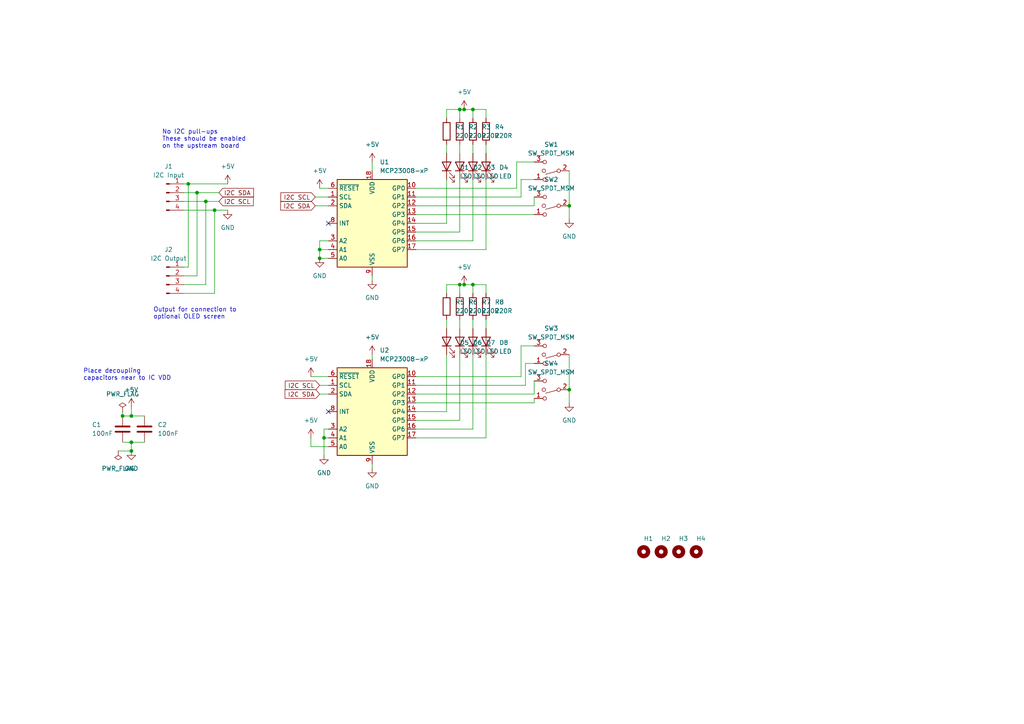
<source format=kicad_sch>
(kicad_sch (version 20230121) (generator eeschema)
  (paper "A4")
  (title_block (title "Point Controll I2C Switch PCB") (date "April 2024") (rev "1.0") (comment 1 "www.penguintutor.com/projects/modelrailwaypoints"))
  (lib_symbols
    (symbol "Connector:Conn_01x04_Pin" (pin_names (offset 1.016) hide)
      (property "Reference" "J" (at 0 5.08 0))
      (property "Value" "Conn_01x04_Pin" (at 0 -7.62 0))
      (symbol "Conn_01x04_Pin_1_1"
        (polyline (pts (xy 1.27 -5.08) (xy 0.8636 -5.08)) (stroke (width 0.1524)))
        (polyline (pts (xy 1.27 -2.54) (xy 0.8636 -2.54)) (stroke (width 0.1524)))
        (polyline (pts (xy 1.27 0) (xy 0.8636 0)) (stroke (width 0.1524)))
        (polyline (pts (xy 1.27 2.54) (xy 0.8636 2.54)) (stroke (width 0.1524)))
        (rectangle (start 0.8636 -4.953) (end 0 -5.207) (stroke (width 0.1524)) (fill (type outline)))
        (rectangle (start 0.8636 -2.413) (end 0 -2.667) (stroke (width 0.1524)) (fill (type outline)))
        (rectangle (start 0.8636 0.127) (end 0 -0.127) (stroke (width 0.1524)) (fill (type outline)))
        (rectangle (start 0.8636 2.667) (end 0 2.413) (stroke (width 0.1524)) (fill (type outline)))
        (pin passive line (at 5.08 2.54 180) (length 3.81) (name "Pin_1") (number "1"))
        (pin passive line (at 5.08 0 180) (length 3.81) (name "Pin_2") (number "2"))
        (pin passive line (at 5.08 -2.54 180) (length 3.81) (name "Pin_3") (number "3"))
        (pin passive line (at 5.08 -5.08 180) (length 3.81) (name "Pin_4") (number "4"))
      )
    )
    (symbol "Device:C" (pin_numbers hide) (pin_names (offset 0.254))
      (property "Reference" "C" (at 0.635 2.54 0))
      (property "Value" "C" (at 0.635 -2.54 0))
      (symbol "C_0_1"
        (polyline (pts (xy -2.032 -0.762) (xy 2.032 -0.762)) (stroke (width 0.508)))
        (polyline (pts (xy -2.032 0.762) (xy 2.032 0.762)) (stroke (width 0.508)))
      )
      (symbol "C_1_1"
        (pin passive line (at 0 3.81 270) (length 2.794) (name "~") (number "1"))
        (pin passive line (at 0 -3.81 90) (length 2.794) (name "~") (number "2"))
      )
    )
    (symbol "Device:LED" (pin_numbers hide) (pin_names (offset 1.016) hide)
      (property "Reference" "D" (at 0 2.54 0))
      (property "Value" "LED" (at 0 -2.54 0))
      (symbol "LED_0_1"
        (polyline (pts (xy -1.27 -1.27) (xy -1.27 1.27)) (stroke (width 0.254)))
        (polyline (pts (xy -1.27 0) (xy 1.27 0)))
        (polyline (pts (xy 1.27 -1.27) (xy 1.27 1.27) (xy -1.27 0) (xy 1.27 -1.27)) (stroke (width 0.254)))
        (polyline (pts (xy -3.048 -0.762) (xy -4.572 -2.286) (xy -3.81 -2.286) (xy -4.572 -2.286) (xy -4.572 -1.524)))
        (polyline (pts (xy -1.778 -0.762) (xy -3.302 -2.286) (xy -2.54 -2.286) (xy -3.302 -2.286) (xy -3.302 -1.524)))
      )
      (symbol "LED_1_1"
        (pin passive line (at -3.81 0 0) (length 2.54) (name "K") (number "1"))
        (pin passive line (at 3.81 0 180) (length 2.54) (name "A") (number "2"))
      )
    )
    (symbol "Device:R" (pin_numbers hide) (pin_names (offset 0))
      (property "Reference" "R" (at 2.032 0 90))
      (property "Value" "R" (at 0 0 90))
      (symbol "R_0_1"
        (rectangle (start -1.016 -2.54) (end 1.016 2.54) (stroke (width 0.254)))
      )
      (symbol "R_1_1"
        (pin passive line (at 0 3.81 270) (length 1.27) (name "~") (number "1"))
        (pin passive line (at 0 -3.81 90) (length 1.27) (name "~") (number "2"))
      )
    )
    (symbol "Interface_Expansion:MCP23008-xP"
      (property "Reference" "U" (at -8.89 13.97 0))
      (property "Value" "MCP23008-xP" (at 8.89 13.97 0))
      (symbol "MCP23008-xP_0_1"
        (rectangle (start -10.16 12.7) (end 10.16 -12.7) (stroke (width 0.254)) (fill (type background)))
      )
      (symbol "MCP23008-xP_1_1"
        (pin input line (at -12.7 7.62 0) (length 2.54) (name "SCL") (number "1"))
        (pin bidirectional line (at 12.7 10.16 180) (length 2.54) (name "GP0") (number "10"))
        (pin bidirectional line (at 12.7 7.62 180) (length 2.54) (name "GP1") (number "11"))
        (pin bidirectional line (at 12.7 5.08 180) (length 2.54) (name "GP2") (number "12"))
        (pin bidirectional line (at 12.7 2.54 180) (length 2.54) (name "GP3") (number "13"))
        (pin bidirectional line (at 12.7 0 180) (length 2.54) (name "GP4") (number "14"))
        (pin bidirectional line (at 12.7 -2.54 180) (length 2.54) (name "GP5") (number "15"))
        (pin bidirectional line (at 12.7 -5.08 180) (length 2.54) (name "GP6") (number "16"))
        (pin bidirectional line (at 12.7 -7.62 180) (length 2.54) (name "GP7") (number "17"))
        (pin power_in line (at 0 15.24 270) (length 2.54) (name "VDD") (number "18"))
        (pin bidirectional line (at -12.7 5.08 0) (length 2.54) (name "SDA") (number "2"))
        (pin input line (at -12.7 -5.08 0) (length 2.54) (name "A2") (number "3"))
        (pin input line (at -12.7 -7.62 0) (length 2.54) (name "A1") (number "4"))
        (pin input line (at -12.7 -10.16 0) (length 2.54) (name "A0") (number "5"))
        (pin input line (at -12.7 10.16 0) (length 2.54) (name "~{RESET}") (number "6"))
        (pin no_connect line (at -10.16 -2.54 0) (length 2.54) hide (name "NC") (number "7"))
        (pin output line (at -12.7 0 0) (length 2.54) (name "INT") (number "8"))
        (pin power_in line (at 0 -15.24 90) (length 2.54) (name "VSS") (number "9"))
      )
    )
    (symbol "Mechanical:MountingHole" (pin_names (offset 1.016))
      (property "Reference" "H" (at 0 5.08 0))
      (property "Value" "MountingHole" (at 0 3.175 0))
      (symbol "MountingHole_0_1"
        (circle (center 0 0) (radius 1.27) (stroke (width 1.27)))
      )
    )
    (symbol "Switch:SW_SPDT_MSM" (pin_names (offset 0) hide)
      (property "Reference" "SW" (at 0 5.08 0))
      (property "Value" "SW_SPDT_MSM" (at 0 -5.08 0))
      (symbol "SW_SPDT_MSM_0_0"
        (circle (center -2.032 0) (radius 0.508))
        (polyline (pts (xy -1.524 0.127) (xy 1.778 1.016)))
        (circle (center 2.032 -2.54) (radius 0.508))
      )
      (symbol "SW_SPDT_MSM_0_1"
        (circle (center 2.032 2.54) (radius 0.508))
        (circle (center 2.286 0) (radius 0.508))
      )
      (symbol "SW_SPDT_MSM_1_1"
        (pin passive line (at 5.08 2.54 180) (length 2.54) (name "1") (number "1"))
        (pin passive line (at -5.08 0 0) (length 2.54) (name "2") (number "2"))
        (pin passive line (at 5.08 -2.54 180) (length 2.54) (name "3") (number "3"))
      )
    )
    (symbol "power:+5V" (power) (pin_names (offset 0))
      (property "Value" "+5V" (at 0 3.556 0))
      (symbol "+5V_0_1"
        (polyline (pts (xy -0.762 1.27) (xy 0 2.54)))
        (polyline (pts (xy 0 0) (xy 0 2.54)))
        (polyline (pts (xy 0 2.54) (xy 0.762 1.27)))
      )
      (symbol "+5V_1_1"
        (pin power_in line (at 0 0 90) (length 0) hide (name "+5V") (number "1"))
      )
    )
    (symbol "power:GND" (power) (pin_names (offset 0))
      (property "Value" "GND" (at 0 -3.81 0))
      (symbol "GND_0_1"
        (polyline (pts (xy 0 0) (xy 0 -1.27) (xy 1.27 -1.27) (xy 0 -2.54) (xy -1.27 -1.27) (xy 0 -1.27)))
      )
      (symbol "GND_1_1"
        (pin power_in line (at 0 0 270) (length 0) hide (name "GND") (number "1"))
      )
    )
    (symbol "power:PWR_FLAG" (power) (pin_numbers hide) (pin_names (offset 0) hide)
      (property "Value" "PWR_FLAG" (at 0 3.81 0))
      (symbol "PWR_FLAG_0_0"
        (pin power_out line (at 0 0 90) (length 0) (name "pwr") (number "1"))
      )
      (symbol "PWR_FLAG_0_1"
        (polyline (pts (xy 0 0) (xy 0 1.27) (xy -1.016 1.905) (xy 0 2.54) (xy 1.016 1.905) (xy 0 1.27)))
      )
    )
  )
  (junction (at 133.35 31.75))
  (junction (at 133.35 82.55))
  (junction (at 92.71 72.39))
  (junction (at 93.98 127))
  (junction (at 134.62 31.75))
  (junction (at 54.61 53.34))
  (junction (at 134.62 82.55))
  (junction (at 35.56 120.65))
  (junction (at 38.1 130.81))
  (junction (at 38.1 120.65))
  (junction (at 62.23 60.96))
  (junction (at 137.16 82.55))
  (junction (at 165.1 113.03))
  (junction (at 57.15 55.88))
  (junction (at 38.1 128.27))
  (junction (at 137.16 31.75))
  (junction (at 59.69 58.42))
  (junction (at 92.71 74.93))
  (junction (at 165.1 59.69))
  (no_connect (at 95.25 119.38))
  (no_connect (at 95.25 64.77))
  (wire (pts (xy 137.16 31.75) (xy 137.16 34.29)))
  (wire (pts (xy 53.34 58.42) (xy 59.69 58.42)))
  (wire (pts (xy 140.97 31.75) (xy 137.16 31.75)))
  (wire (pts (xy 62.23 85.09) (xy 53.34 85.09)))
  (wire (pts (xy 57.15 55.88) (xy 63.5 55.88)))
  (wire (pts (xy 38.1 120.65) (xy 41.91 120.65)))
  (wire (pts (xy 154.94 114.3) (xy 120.65 114.3)))
  (wire (pts (xy 154.94 46.99) (xy 149.86 46.99)))
  (wire (pts (xy 35.56 119.38) (xy 35.56 120.65)))
  (wire (pts (xy 92.71 69.85) (xy 92.71 72.39)))
  (wire (pts (xy 154.94 115.57) (xy 154.94 116.84)))
  (wire (pts (xy 91.44 57.15) (xy 95.25 57.15)))
  (wire (pts (xy 133.35 82.55) (xy 134.62 82.55)))
  (wire (pts (xy 95.25 69.85) (xy 92.71 69.85)))
  (wire (pts (xy 54.61 53.34) (xy 54.61 77.47)))
  (wire (pts (xy 120.65 119.38) (xy 129.54 119.38)))
  (wire (pts (xy 35.56 128.27) (xy 38.1 128.27)))
  (wire (pts (xy 95.25 124.46) (xy 93.98 124.46)))
  (wire (pts (xy 92.71 111.76) (xy 95.25 111.76)))
  (wire (pts (xy 165.1 49.53) (xy 165.1 59.69)))
  (wire (pts (xy 140.97 102.87) (xy 140.97 127)))
  (wire (pts (xy 62.23 60.96) (xy 62.23 85.09)))
  (wire (pts (xy 154.94 100.33) (xy 151.13 100.33)))
  (wire (pts (xy 34.29 130.81) (xy 38.1 130.81)))
  (wire (pts (xy 152.4 111.76) (xy 120.65 111.76)))
  (wire (pts (xy 92.71 72.39) (xy 92.71 74.93)))
  (wire (pts (xy 165.1 113.03) (xy 165.1 116.84)))
  (wire (pts (xy 54.61 77.47) (xy 53.34 77.47)))
  (wire (pts (xy 107.95 46.99) (xy 107.95 49.53)))
  (wire (pts (xy 137.16 92.71) (xy 137.16 95.25)))
  (wire (pts (xy 151.13 109.22) (xy 120.65 109.22)))
  (wire (pts (xy 54.61 53.34) (xy 66.04 53.34)))
  (wire (pts (xy 91.44 59.69) (xy 95.25 59.69)))
  (wire (pts (xy 151.13 52.07) (xy 151.13 57.15)))
  (wire (pts (xy 129.54 31.75) (xy 133.35 31.75)))
  (wire (pts (xy 95.25 127) (xy 93.98 127)))
  (wire (pts (xy 107.95 134.62) (xy 107.95 135.89)))
  (wire (pts (xy 38.1 118.11) (xy 38.1 120.65)))
  (wire (pts (xy 129.54 82.55) (xy 133.35 82.55)))
  (wire (pts (xy 120.65 62.23) (xy 154.94 62.23)))
  (wire (pts (xy 133.35 92.71) (xy 133.35 95.25)))
  (wire (pts (xy 140.97 72.39) (xy 120.65 72.39)))
  (wire (pts (xy 140.97 52.07) (xy 140.97 72.39)))
  (wire (pts (xy 154.94 52.07) (xy 151.13 52.07)))
  (wire (pts (xy 129.54 85.09) (xy 129.54 82.55)))
  (wire (pts (xy 92.71 74.93) (xy 95.25 74.93)))
  (wire (pts (xy 154.94 57.15) (xy 154.94 59.69)))
  (wire (pts (xy 133.35 31.75) (xy 133.35 34.29)))
  (wire (pts (xy 140.97 85.09) (xy 140.97 82.55)))
  (wire (pts (xy 133.35 82.55) (xy 133.35 85.09)))
  (wire (pts (xy 137.16 41.91) (xy 137.16 44.45)))
  (wire (pts (xy 140.97 41.91) (xy 140.97 44.45)))
  (wire (pts (xy 133.35 41.91) (xy 133.35 44.45)))
  (wire (pts (xy 129.54 34.29) (xy 129.54 31.75)))
  (wire (pts (xy 149.86 54.61) (xy 120.65 54.61)))
  (wire (pts (xy 140.97 34.29) (xy 140.97 31.75)))
  (wire (pts (xy 151.13 57.15) (xy 120.65 57.15)))
  (wire (pts (xy 137.16 31.75) (xy 134.62 31.75)))
  (wire (pts (xy 57.15 55.88) (xy 57.15 80.01)))
  (wire (pts (xy 154.94 105.41) (xy 152.4 105.41)))
  (wire (pts (xy 149.86 46.99) (xy 149.86 54.61)))
  (wire (pts (xy 107.95 80.01) (xy 107.95 81.28)))
  (wire (pts (xy 90.17 129.54) (xy 95.25 129.54)))
  (wire (pts (xy 154.94 110.49) (xy 154.94 114.3)))
  (wire (pts (xy 137.16 82.55) (xy 134.62 82.55)))
  (wire (pts (xy 95.25 72.39) (xy 92.71 72.39)))
  (wire (pts (xy 129.54 41.91) (xy 129.54 44.45)))
  (wire (pts (xy 137.16 69.85) (xy 120.65 69.85)))
  (wire (pts (xy 137.16 102.87) (xy 137.16 124.46)))
  (wire (pts (xy 137.16 52.07) (xy 137.16 69.85)))
  (wire (pts (xy 62.23 60.96) (xy 66.04 60.96)))
  (wire (pts (xy 133.35 67.31) (xy 120.65 67.31)))
  (wire (pts (xy 133.35 121.92) (xy 120.65 121.92)))
  (wire (pts (xy 53.34 55.88) (xy 57.15 55.88)))
  (wire (pts (xy 92.71 114.3) (xy 95.25 114.3)))
  (wire (pts (xy 154.94 116.84) (xy 120.65 116.84)))
  (wire (pts (xy 140.97 82.55) (xy 137.16 82.55)))
  (wire (pts (xy 53.34 53.34) (xy 54.61 53.34)))
  (wire (pts (xy 38.1 128.27) (xy 41.91 128.27)))
  (wire (pts (xy 38.1 128.27) (xy 38.1 130.81)))
  (wire (pts (xy 165.1 102.87) (xy 165.1 113.03)))
  (wire (pts (xy 129.54 102.87) (xy 129.54 119.38)))
  (wire (pts (xy 92.71 54.61) (xy 95.25 54.61)))
  (wire (pts (xy 59.69 58.42) (xy 63.5 58.42)))
  (wire (pts (xy 133.35 31.75) (xy 134.62 31.75)))
  (wire (pts (xy 35.56 120.65) (xy 38.1 120.65)))
  (wire (pts (xy 151.13 100.33) (xy 151.13 109.22)))
  (wire (pts (xy 93.98 124.46) (xy 93.98 127)))
  (wire (pts (xy 59.69 82.55) (xy 53.34 82.55)))
  (wire (pts (xy 90.17 109.22) (xy 95.25 109.22)))
  (wire (pts (xy 129.54 52.07) (xy 129.54 64.77)))
  (wire (pts (xy 107.95 102.87) (xy 107.95 104.14)))
  (wire (pts (xy 137.16 124.46) (xy 120.65 124.46)))
  (wire (pts (xy 120.65 59.69) (xy 154.94 59.69)))
  (wire (pts (xy 137.16 82.55) (xy 137.16 85.09)))
  (wire (pts (xy 53.34 80.01) (xy 57.15 80.01)))
  (wire (pts (xy 140.97 92.71) (xy 140.97 95.25)))
  (wire (pts (xy 152.4 105.41) (xy 152.4 111.76)))
  (wire (pts (xy 140.97 127) (xy 120.65 127)))
  (wire (pts (xy 129.54 92.71) (xy 129.54 95.25)))
  (wire (pts (xy 120.65 64.77) (xy 129.54 64.77)))
  (wire (pts (xy 93.98 127) (xy 93.98 132.08)))
  (wire (pts (xy 133.35 102.87) (xy 133.35 121.92)))
  (wire (pts (xy 165.1 59.69) (xy 165.1 63.5)))
  (wire (pts (xy 133.35 52.07) (xy 133.35 67.31)))
  (wire (pts (xy 59.69 58.42) (xy 59.69 82.55)))
  (wire (pts (xy 90.17 127) (xy 90.17 129.54)))
  (wire (pts (xy 53.34 60.96) (xy 62.23 60.96)))
  (text "Place decoupling \ncapacitors near to IC VDD" (at 24.13 110.49 0) (effects (font (size 1.27 1.27)) (justify left bottom)))
  (text "Output for connection to \noptional OLED screen" (at 44.45 92.71 0) (effects (font (size 1.27 1.27)) (justify left bottom)))
  (text "No I2C pull-ups\nThese should be enabled\non the upstream board" (at 46.99 43.18 0) (effects (font (size 1.27 1.27)) (justify left bottom)))
  (global_label "I2C SDA" (shape input) (at 92.71 114.3 180) (property "Intersheetrefs" "${INTERSHEET_REFS}" (effects hide)))
  (global_label "I2C SDA" (shape input) (at 63.5 55.88 0) (property "Intersheetrefs" "${INTERSHEET_REFS}" (effects hide)))
  (global_label "I2C SCL" (shape input) (at 63.5 58.42 0) (property "Intersheetrefs" "${INTERSHEET_REFS}" (effects hide)))
  (global_label "I2C SDA" (shape input) (at 91.44 59.69 180) (property "Intersheetrefs" "${INTERSHEET_REFS}" (effects hide)))
  (global_label "I2C SCL" (shape input) (at 91.44 57.15 180) (property "Intersheetrefs" "${INTERSHEET_REFS}" (effects hide)))
  (global_label "I2C SCL" (shape input) (at 92.71 111.76 180) (property "Intersheetrefs" "${INTERSHEET_REFS}" (effects hide)))
  (symbol (lib_id "power:GND") (at 38.1 130.81 0) (unit 1)
    (property "Reference" "#PWR011" (effects hide))
    (property "Value" "GND" (at 38.1 135.89 0))
  )
  (symbol (lib_id "Device:LED") (at 137.16 48.26 90) (unit 1)
    (property "Reference" "D3" (at 140.97 48.5775 90) (effects (justify right)))
    (property "Value" "LED" (at 140.97 51.1175 90) (effects (justify right)))
    (property "Footprint" "Connector_PinHeader_2.54mm:PinHeader_1x02_P2.54mm_Vertical" (effects hide))
  )
  (symbol (lib_id "power:+5V") (at 92.71 54.61 0) (unit 1)
    (property "Reference" "#PWR03" (effects hide))
    (property "Value" "+5V" (at 92.71 49.53 0))
  )
  (symbol (lib_id "Mechanical:MountingHole") (at 191.77 160.02 0) (unit 1)
    (property "Reference" "H2" (at 191.77 156.21 0) (effects (justify left)))
    (property "Value" "MountingHole" (effects hide))
    (property "Footprint" "MountingHole:MountingHole_3.2mm_M3" (effects hide))
  )
  (symbol (lib_id "Device:LED") (at 133.35 48.26 90) (unit 1)
    (property "Reference" "D2" (at 137.16 48.5775 90) (effects (justify right)))
    (property "Value" "LED" (at 137.16 51.1175 90) (effects (justify right)))
    (property "Footprint" "Connector_PinHeader_2.54mm:PinHeader_1x02_P2.54mm_Vertical" (effects hide))
  )
  (symbol (lib_id "Device:LED") (at 140.97 48.26 90) (unit 1)
    (property "Reference" "D4" (at 144.78 48.5775 90) (effects (justify right)))
    (property "Value" "LED" (at 144.78 51.1175 90) (effects (justify right)))
    (property "Footprint" "Connector_PinHeader_2.54mm:PinHeader_1x02_P2.54mm_Vertical" (effects hide))
  )
  (symbol (lib_id "Switch:SW_SPDT_MSM") (at 160.02 113.03 180) (unit 1)
    (property "Reference" "SW4" (at 159.893 105.41 0))
    (property "Value" "SW_SPDT_MSM" (at 159.893 107.95 0))
    (property "Footprint" "Connector_PinHeader_2.54mm:PinHeader_1x03_P2.54mm_Vertical" (effects hide))
  )
  (symbol (lib_id "power:+5V") (at 134.62 31.75 0) (unit 1)
    (property "Reference" "#PWR015" (effects hide))
    (property "Value" "+5V" (at 134.62 26.67 0))
  )
  (symbol (lib_id "power:GND") (at 165.1 63.5 0) (unit 1)
    (property "Reference" "#PWR014" (effects hide))
    (property "Value" "GND" (at 165.1 68.58 0))
  )
  (symbol (lib_id "Device:LED") (at 133.35 99.06 90) (unit 1)
    (property "Reference" "D6" (at 137.16 99.3775 90) (effects (justify right)))
    (property "Value" "LED" (at 137.16 101.9175 90) (effects (justify right)))
    (property "Footprint" "Connector_PinHeader_2.54mm:PinHeader_1x02_P2.54mm_Vertical" (effects hide))
  )
  (symbol (lib_id "Device:C") (at 35.56 124.46 0) (unit 1)
    (property "Reference" "C1" (at 26.67 123.19 0) (effects (justify left)))
    (property "Value" "100nF" (at 26.67 125.73 0) (effects (justify left)))
    (property "Footprint" "Capacitor_THT:C_Disc_D4.3mm_W1.9mm_P5.00mm" (effects hide))
  )
  (symbol (lib_id "Device:C") (at 41.91 124.46 0) (unit 1)
    (property "Reference" "C2" (at 45.72 123.19 0) (effects (justify left)))
    (property "Value" "100nF" (at 45.72 125.73 0) (effects (justify left)))
    (property "Footprint" "Capacitor_THT:C_Disc_D4.3mm_W1.9mm_P5.00mm" (effects hide))
  )
  (symbol (lib_id "power:+5V") (at 66.04 53.34 0) (unit 1)
    (property "Reference" "#PWR02" (effects hide))
    (property "Value" "+5V" (at 66.04 48.26 0))
  )
  (symbol (lib_id "Device:LED") (at 129.54 48.26 90) (unit 1)
    (property "Reference" "D1" (at 133.35 48.5775 90) (effects (justify right)))
    (property "Value" "LED" (at 133.35 51.1175 90) (effects (justify right)))
    (property "Footprint" "Connector_PinHeader_2.54mm:PinHeader_1x02_P2.54mm_Vertical" (effects hide))
  )
  (symbol (lib_id "Mechanical:MountingHole") (at 186.69 160.02 0) (unit 1)
    (property "Reference" "H1" (at 186.69 156.21 0) (effects (justify left)))
    (property "Value" "MountingHole" (effects hide))
    (property "Footprint" "MountingHole:MountingHole_3.2mm_M3" (effects hide))
  )
  (symbol (lib_id "Switch:SW_SPDT_MSM") (at 160.02 102.87 180) (unit 1)
    (property "Reference" "SW3" (at 159.893 95.25 0))
    (property "Value" "SW_SPDT_MSM" (at 159.893 97.79 0))
    (property "Footprint" "Connector_PinHeader_2.54mm:PinHeader_1x03_P2.54mm_Vertical" (effects hide))
  )
  (symbol (lib_id "Device:R") (at 133.35 88.9 0) (unit 1)
    (property "Reference" "R6" (at 135.89 87.63 0) (effects (justify left)))
    (property "Value" "220R" (at 135.89 90.17 0) (effects (justify left)))
    (property "Footprint" "Resistor_THT:R_Axial_DIN0207_L6.3mm_D2.5mm_P2.54mm_Vertical" (effects hide))
  )
  (symbol (lib_id "power:+5V") (at 134.62 82.55 0) (unit 1)
    (property "Reference" "#PWR017" (effects hide))
    (property "Value" "+5V" (at 134.62 77.47 0))
  )
  (symbol (lib_id "power:+5V") (at 90.17 109.22 0) (unit 1)
    (property "Reference" "#PWR08" (effects hide))
    (property "Value" "+5V" (at 90.17 104.14 0))
  )
  (symbol (lib_id "Interface_Expansion:MCP23008-xP") (at 107.95 119.38 0) (unit 1)
    (property "Reference" "U2" (at 110.1441 101.6 0) (effects (justify left)))
    (property "Value" "MCP23008-xP" (at 110.1441 104.14 0) (effects (justify left)))
    (property "Footprint" "Package_DIP:DIP-18_W7.62mm" (effects hide))
    (property "Datasheet" "http://ww1.microchip.com/downloads/en/DeviceDoc/MCP23008-MCP23S08-Data-Sheet-20001919F.pdf" (effects hide))
  )
  (symbol (lib_id "Device:LED") (at 137.16 99.06 90) (unit 1)
    (property "Reference" "D7" (at 140.97 99.3775 90) (effects (justify right)))
    (property "Value" "LED" (at 140.97 101.9175 90) (effects (justify right)))
    (property "Footprint" "Connector_PinHeader_2.54mm:PinHeader_1x02_P2.54mm_Vertical" (effects hide))
  )
  (symbol (lib_id "Device:R") (at 129.54 88.9 0) (unit 1)
    (property "Reference" "R5" (at 132.08 87.63 0) (effects (justify left)))
    (property "Value" "220R" (at 132.08 90.17 0) (effects (justify left)))
    (property "Footprint" "Resistor_THT:R_Axial_DIN0207_L6.3mm_D2.5mm_P2.54mm_Vertical" (effects hide))
  )
  (symbol (lib_id "Connector:Conn_01x04_Pin") (at 48.26 80.01 0) (unit 1)
    (property "Reference" "J2" (at 48.895 72.39 0))
    (property "Value" "I2C Output" (at 48.895 74.93 0))
    (property "Footprint" "Connector_PinHeader_2.54mm:PinHeader_1x04_P2.54mm_Vertical" (effects hide))
  )
  (symbol (lib_id "power:GND") (at 107.95 135.89 0) (unit 1)
    (property "Reference" "#PWR013" (effects hide))
    (property "Value" "GND" (at 107.95 140.97 0))
  )
  (symbol (lib_id "Switch:SW_SPDT_MSM") (at 160.02 59.69 180) (unit 1)
    (property "Reference" "SW2" (at 159.893 52.07 0))
    (property "Value" "SW_SPDT_MSM" (at 159.893 54.61 0))
    (property "Footprint" "Connector_PinHeader_2.54mm:PinHeader_1x03_P2.54mm_Vertical" (effects hide))
  )
  (symbol (lib_id "power:PWR_FLAG") (at 35.56 119.38 0) (unit 1)
    (property "Reference" "#FLG01" (effects hide))
    (property "Value" "PWR_FLAG" (at 35.56 114.3 0))
  )
  (symbol (lib_id "power:+5V") (at 107.95 46.99 0) (unit 1)
    (property "Reference" "#PWR01" (effects hide))
    (property "Value" "+5V" (at 107.95 41.91 0))
  )
  (symbol (lib_id "Switch:SW_SPDT_MSM") (at 160.02 49.53 180) (unit 1)
    (property "Reference" "SW1" (at 159.893 41.91 0))
    (property "Value" "SW_SPDT_MSM" (at 159.893 44.45 0))
    (property "Footprint" "Connector_PinHeader_2.54mm:PinHeader_1x03_P2.54mm_Vertical" (effects hide))
  )
  (symbol (lib_id "Mechanical:MountingHole") (at 201.93 160.02 0) (unit 1)
    (property "Reference" "H4" (at 201.93 156.21 0) (effects (justify left)))
    (property "Value" "MountingHole" (effects hide))
    (property "Footprint" "MountingHole:MountingHole_3.2mm_M3" (effects hide))
  )
  (symbol (lib_id "Device:R") (at 140.97 88.9 0) (unit 1)
    (property "Reference" "R8" (at 143.51 87.63 0) (effects (justify left)))
    (property "Value" "220R" (at 143.51 90.17 0) (effects (justify left)))
    (property "Footprint" "Resistor_THT:R_Axial_DIN0207_L6.3mm_D2.5mm_P2.54mm_Vertical" (effects hide))
  )
  (symbol (lib_id "power:GND") (at 66.04 60.96 0) (unit 1)
    (property "Reference" "#PWR04" (effects hide))
    (property "Value" "GND" (at 66.04 66.04 0))
  )
  (symbol (lib_id "Device:LED") (at 129.54 99.06 90) (unit 1)
    (property "Reference" "D5" (at 133.35 99.3775 90) (effects (justify right)))
    (property "Value" "LED" (at 133.35 101.9175 90) (effects (justify right)))
    (property "Footprint" "Connector_PinHeader_2.54mm:PinHeader_1x02_P2.54mm_Vertical" (effects hide))
  )
  (symbol (lib_id "power:GND") (at 165.1 116.84 0) (unit 1)
    (property "Reference" "#PWR016" (effects hide))
    (property "Value" "GND" (at 165.1 121.92 0))
  )
  (symbol (lib_id "power:GND") (at 107.95 81.28 0) (unit 1)
    (property "Reference" "#PWR06" (effects hide))
    (property "Value" "GND" (at 107.95 86.36 0))
  )
  (symbol (lib_id "Device:LED") (at 140.97 99.06 90) (unit 1)
    (property "Reference" "D8" (at 144.78 99.3775 90) (effects (justify right)))
    (property "Value" "LED" (at 144.78 101.9175 90) (effects (justify right)))
    (property "Footprint" "Connector_PinHeader_2.54mm:PinHeader_1x02_P2.54mm_Vertical" (effects hide))
  )
  (symbol (lib_id "Connector:Conn_01x04_Pin") (at 48.26 55.88 0) (unit 1)
    (property "Reference" "J1" (at 48.895 48.26 0))
    (property "Value" "I2C Input" (at 48.895 50.8 0))
    (property "Footprint" "Connector_PinHeader_2.54mm:PinHeader_1x04_P2.54mm_Vertical" (effects hide))
  )
  (symbol (lib_id "power:GND") (at 93.98 132.08 0) (unit 1)
    (property "Reference" "#PWR012" (effects hide))
    (property "Value" "GND" (at 93.98 137.16 0))
  )
  (symbol (lib_id "Device:R") (at 137.16 88.9 0) (unit 1)
    (property "Reference" "R7" (at 139.7 87.63 0) (effects (justify left)))
    (property "Value" "220R" (at 139.7 90.17 0) (effects (justify left)))
    (property "Footprint" "Resistor_THT:R_Axial_DIN0207_L6.3mm_D2.5mm_P2.54mm_Vertical" (effects hide))
  )
  (symbol (lib_id "Mechanical:MountingHole") (at 196.85 160.02 0) (unit 1)
    (property "Reference" "H3" (at 196.85 156.21 0) (effects (justify left)))
    (property "Value" "MountingHole" (effects hide))
    (property "Footprint" "MountingHole:MountingHole_3.2mm_M3" (effects hide))
  )
  (symbol (lib_id "power:PWR_FLAG") (at 34.29 130.81 180) (unit 1)
    (property "Reference" "#FLG02" (effects hide))
    (property "Value" "PWR_FLAG" (at 34.29 135.89 0))
  )
  (symbol (lib_id "power:GND") (at 92.71 74.93 0) (unit 1)
    (property "Reference" "#PWR05" (effects hide))
    (property "Value" "GND" (at 92.71 80.01 0))
  )
  (symbol (lib_id "power:+5V") (at 90.17 127 0) (unit 1)
    (property "Reference" "#PWR010" (effects hide))
    (property "Value" "+5V" (at 90.17 121.92 0))
  )
  (symbol (lib_id "Device:R") (at 129.54 38.1 0) (unit 1)
    (property "Reference" "R1" (at 132.08 36.83 0) (effects (justify left)))
    (property "Value" "220R" (at 132.08 39.37 0) (effects (justify left)))
    (property "Footprint" "Resistor_THT:R_Axial_DIN0207_L6.3mm_D2.5mm_P2.54mm_Vertical" (effects hide))
  )
  (symbol (lib_id "Device:R") (at 133.35 38.1 0) (unit 1)
    (property "Reference" "R2" (at 135.89 36.83 0) (effects (justify left)))
    (property "Value" "220R" (at 135.89 39.37 0) (effects (justify left)))
    (property "Footprint" "Resistor_THT:R_Axial_DIN0207_L6.3mm_D2.5mm_P2.54mm_Vertical" (effects hide))
  )
  (symbol (lib_id "Interface_Expansion:MCP23008-xP") (at 107.95 64.77 0) (unit 1)
    (property "Reference" "U1" (at 110.1441 46.99 0) (effects (justify left)))
    (property "Value" "MCP23008-xP" (at 110.1441 49.53 0) (effects (justify left)))
    (property "Footprint" "Package_DIP:DIP-18_W7.62mm" (effects hide))
    (property "Datasheet" "http://ww1.microchip.com/downloads/en/DeviceDoc/MCP23008-MCP23S08-Data-Sheet-20001919F.pdf" (effects hide))
  )
  (symbol (lib_id "power:+5V") (at 107.95 102.87 0) (unit 1)
    (property "Reference" "#PWR07" (effects hide))
    (property "Value" "+5V" (at 107.95 97.79 0))
  )
  (symbol (lib_id "power:+5V") (at 38.1 118.11 0) (unit 1)
    (property "Reference" "#PWR09" (effects hide))
    (property "Value" "+5V" (at 38.1 113.03 0))
  )
  (symbol (lib_id "Device:R") (at 137.16 38.1 0) (unit 1)
    (property "Reference" "R3" (at 139.7 36.83 0) (effects (justify left)))
    (property "Value" "220R" (at 139.7 39.37 0) (effects (justify left)))
    (property "Footprint" "Resistor_THT:R_Axial_DIN0207_L6.3mm_D2.5mm_P2.54mm_Vertical" (effects hide))
  )
  (symbol (lib_id "Device:R") (at 140.97 38.1 0) (unit 1)
    (property "Reference" "R4" (at 143.51 36.83 0) (effects (justify left)))
    (property "Value" "220R" (at 143.51 39.37 0) (effects (justify left)))
    (property "Footprint" "Resistor_THT:R_Axial_DIN0207_L6.3mm_D2.5mm_P2.54mm_Vertical" (effects hide))
  )
)
</source>
